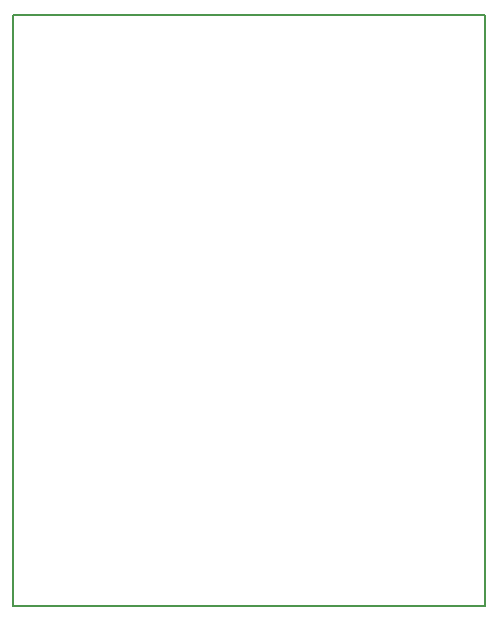
<source format=gbr>
%TF.GenerationSoftware,KiCad,Pcbnew,8.0.6*%
%TF.CreationDate,2024-11-22T22:30:10-05:00*%
%TF.ProjectId,EFUSE2024,45465553-4532-4303-9234-2e6b69636164,rev?*%
%TF.SameCoordinates,Original*%
%TF.FileFunction,Profile,NP*%
%FSLAX46Y46*%
G04 Gerber Fmt 4.6, Leading zero omitted, Abs format (unit mm)*
G04 Created by KiCad (PCBNEW 8.0.6) date 2024-11-22 22:30:10*
%MOMM*%
%LPD*%
G01*
G04 APERTURE LIST*
%TA.AperFunction,Profile*%
%ADD10C,0.200000*%
%TD*%
G04 APERTURE END LIST*
D10*
X92000000Y-69500000D02*
X132000000Y-69500000D01*
X132000000Y-119500000D01*
X92000000Y-119500000D01*
X92000000Y-69500000D01*
M02*

</source>
